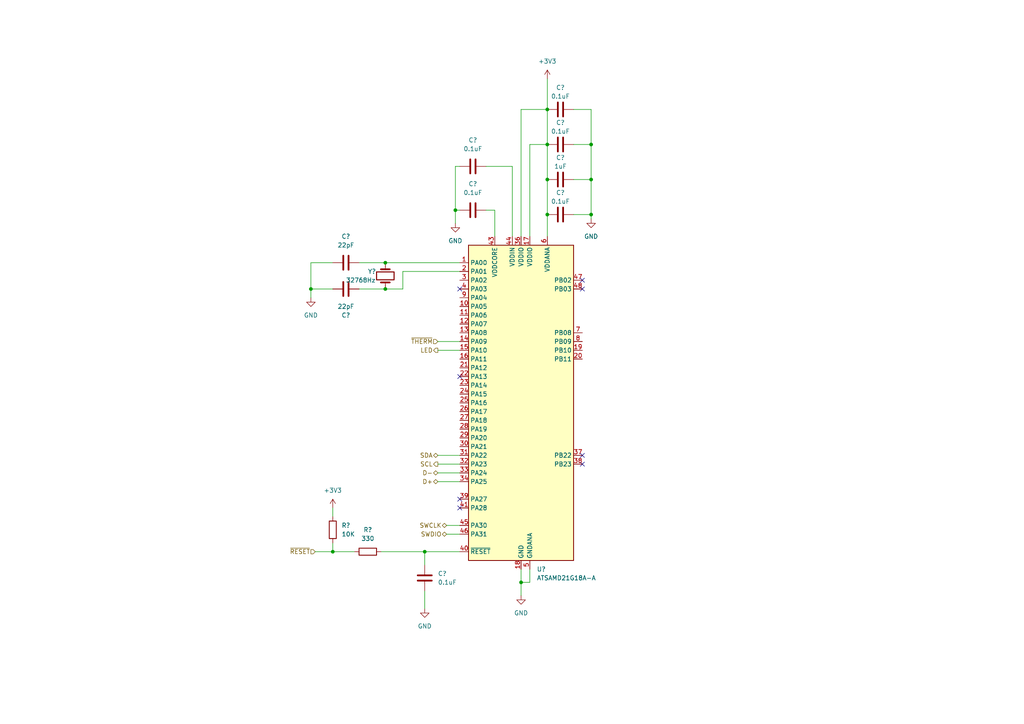
<source format=kicad_sch>
(kicad_sch (version 20211123) (generator eeschema)
  (paper "A4")
  (lib_symbols
    (symbol "Device:C" (pin_numbers hide) (pin_names (offset 0.254))
      (property "Reference" "C" (at 0.635 2.54 0))
      (property "Value" "C" (at 0.635 -2.54 0))
      (symbol "C_0_1"
        (polyline (pts (xy -2.032 -0.762) (xy 2.032 -0.762)) (stroke (width 0.508)))
        (polyline (pts (xy -2.032 0.762) (xy 2.032 0.762)) (stroke (width 0.508)))
      )
      (symbol "C_1_1"
        (pin passive line (at 0 3.81 270) (length 2.794) (name "~") (number "1"))
        (pin passive line (at 0 -3.81 90) (length 2.794) (name "~") (number "2"))
      )
    )
    (symbol "Device:Crystal" (pin_numbers hide) (pin_names (offset 1.016) hide)
      (property "Reference" "Y" (at 0 3.81 0))
      (property "Value" "Crystal" (at 0 -3.81 0))
      (symbol "Crystal_0_1"
        (rectangle (start -1.143 2.54) (end 1.143 -2.54) (stroke (width 0.3048)))
        (polyline (pts (xy -2.54 0) (xy -1.905 0)))
        (polyline (pts (xy -1.905 -1.27) (xy -1.905 1.27)) (stroke (width 0.508)))
        (polyline (pts (xy 1.905 -1.27) (xy 1.905 1.27)) (stroke (width 0.508)))
        (polyline (pts (xy 2.54 0) (xy 1.905 0)))
      )
      (symbol "Crystal_1_1"
        (pin passive line (at -3.81 0 0) (length 1.27) (name "1") (number "1"))
        (pin passive line (at 3.81 0 180) (length 1.27) (name "2") (number "2"))
      )
    )
    (symbol "Device:R" (pin_numbers hide) (pin_names (offset 0))
      (property "Reference" "R" (at 2.032 0 90))
      (property "Value" "R" (at 0 0 90))
      (symbol "R_0_1"
        (rectangle (start -1.016 -2.54) (end 1.016 2.54) (stroke (width 0.254)))
      )
      (symbol "R_1_1"
        (pin passive line (at 0 3.81 270) (length 1.27) (name "~") (number "1"))
        (pin passive line (at 0 -3.81 90) (length 1.27) (name "~") (number "2"))
      )
    )
    (symbol "MCU_Microchip_SAMD:ATSAMD21G18A-A"
      (property "Reference" "U1" (at 4.5594 -48.26 0))
      (property "Value" "ATSAMD21G18A-A" (at 4.5594 -50.8 0))
      (symbol "ATSAMD21G18A-A_0_1"
        (rectangle (start -15.24 45.72) (end 15.24 -45.72) (stroke (width 0.254)) (fill (type background)))
      )
      (symbol "ATSAMD21G18A-A_1_1"
        (pin bidirectional line (at -17.78 40.64 0) (length 2.54) (name "PA00") (number "1"))
        (pin bidirectional line (at -17.78 27.94 0) (length 2.54) (name "PA05") (number "10"))
        (pin bidirectional line (at -17.78 25.4 0) (length 2.54) (name "PA06") (number "11"))
        (pin bidirectional line (at -17.78 22.86 0) (length 2.54) (name "PA07") (number "12"))
        (pin bidirectional line (at -17.78 20.32 0) (length 2.54) (name "PA08") (number "13"))
        (pin bidirectional line (at -17.78 17.78 0) (length 2.54) (name "PA09") (number "14"))
        (pin bidirectional line (at -17.78 15.24 0) (length 2.54) (name "PA10") (number "15"))
        (pin bidirectional line (at -17.78 12.7 0) (length 2.54) (name "PA11") (number "16"))
        (pin unspecified line (at 2.54 48.26 270) (length 2.54) (name "VDDIO") (number "17"))
        (pin unspecified line (at 0 -48.26 90) (length 2.54) (name "GND") (number "18"))
        (pin bidirectional line (at 17.78 15.24 180) (length 2.54) (name "PB10") (number "19"))
        (pin bidirectional line (at -17.78 38.1 0) (length 2.54) (name "PA01") (number "2"))
        (pin bidirectional line (at 17.78 12.7 180) (length 2.54) (name "PB11") (number "20"))
        (pin bidirectional line (at -17.78 10.16 0) (length 2.54) (name "PA12") (number "21"))
        (pin bidirectional line (at -17.78 7.62 0) (length 2.54) (name "PA13") (number "22"))
        (pin bidirectional line (at -17.78 5.08 0) (length 2.54) (name "PA14") (number "23"))
        (pin bidirectional line (at -17.78 2.54 0) (length 2.54) (name "PA15") (number "24"))
        (pin bidirectional line (at -17.78 0 0) (length 2.54) (name "PA16") (number "25"))
        (pin bidirectional line (at -17.78 -2.54 0) (length 2.54) (name "PA17") (number "26"))
        (pin bidirectional line (at -17.78 -5.08 0) (length 2.54) (name "PA18") (number "27"))
        (pin bidirectional line (at -17.78 -7.62 0) (length 2.54) (name "PA19") (number "28"))
        (pin bidirectional line (at -17.78 -10.16 0) (length 2.54) (name "PA20") (number "29"))
        (pin bidirectional line (at -17.78 35.56 0) (length 2.54) (name "PA02") (number "3"))
        (pin bidirectional line (at -17.78 -12.7 0) (length 2.54) (name "PA21") (number "30"))
        (pin bidirectional line (at -17.78 -15.24 0) (length 2.54) (name "PA22") (number "31"))
        (pin bidirectional line (at -17.78 -17.78 0) (length 2.54) (name "PA23") (number "32"))
        (pin bidirectional line (at -17.78 -20.32 0) (length 2.54) (name "PA24") (number "33"))
        (pin bidirectional line (at -17.78 -22.86 0) (length 2.54) (name "PA25") (number "34"))
        (pin passive line (at 0 -48.26 90) (length 2.54) hide (name "GND") (number "35"))
        (pin unspecified line (at 0 48.26 270) (length 2.54) (name "VDDIO") (number "36"))
        (pin bidirectional line (at 17.78 -15.24 180) (length 2.54) (name "PB22") (number "37"))
        (pin bidirectional line (at 17.78 -17.78 180) (length 2.54) (name "PB23") (number "38"))
        (pin bidirectional line (at -17.78 -27.94 0) (length 2.54) (name "PA27") (number "39"))
        (pin bidirectional line (at -17.78 33.02 0) (length 2.54) (name "PA03") (number "4"))
        (pin input line (at -17.78 -43.18 0) (length 2.54) (name "~{RESET}") (number "40"))
        (pin bidirectional line (at -17.78 -30.48 0) (length 2.54) (name "PA28") (number "41"))
        (pin passive line (at 0 -48.26 90) (length 2.54) hide (name "GND") (number "42"))
        (pin power_out line (at -7.62 48.26 270) (length 2.54) (name "VDDCORE") (number "43"))
        (pin unspecified line (at -2.54 48.26 270) (length 2.54) (name "VDDIN") (number "44"))
        (pin bidirectional line (at -17.78 -35.56 0) (length 2.54) (name "PA30") (number "45"))
        (pin bidirectional line (at -17.78 -38.1 0) (length 2.54) (name "PA31") (number "46"))
        (pin bidirectional line (at 17.78 35.56 180) (length 2.54) (name "PB02") (number "47"))
        (pin bidirectional line (at 17.78 33.02 180) (length 2.54) (name "PB03") (number "48"))
        (pin unspecified line (at 2.54 -48.26 90) (length 2.54) (name "GNDANA") (number "5"))
        (pin unspecified line (at 7.62 48.26 270) (length 2.54) (name "VDDANA") (number "6"))
        (pin bidirectional line (at 17.78 20.32 180) (length 2.54) (name "PB08") (number "7"))
        (pin bidirectional line (at 17.78 17.78 180) (length 2.54) (name "PB09") (number "8"))
        (pin bidirectional line (at -17.78 30.48 0) (length 2.54) (name "PA04") (number "9"))
      )
    )
    (symbol "power:+3.3V" (power) (pin_names (offset 0))
      (property "Value" "+3.3V" (at 0 3.556 0))
      (symbol "+3.3V_0_1"
        (polyline (pts (xy -0.762 1.27) (xy 0 2.54)))
        (polyline (pts (xy 0 0) (xy 0 2.54)))
        (polyline (pts (xy 0 2.54) (xy 0.762 1.27)))
      )
      (symbol "+3.3V_1_1"
        (pin power_in line (at 0 0 90) (length 0) hide (name "+3V3") (number "1"))
      )
    )
    (symbol "power:GND" (power) (pin_names (offset 0))
      (property "Value" "GND" (at 0 -3.81 0))
      (symbol "GND_0_1"
        (polyline (pts (xy 0 0) (xy 0 -1.27) (xy 1.27 -1.27) (xy 0 -2.54) (xy -1.27 -1.27) (xy 0 -1.27)))
      )
      (symbol "GND_1_1"
        (pin power_in line (at 0 0 270) (length 0) hide (name "GND") (number "1"))
      )
    )
  )
  (junction (at 171.45 52.07))
  (junction (at 171.45 41.91))
  (junction (at 158.75 52.07))
  (junction (at 111.76 76.2))
  (junction (at 90.17 83.82))
  (junction (at 151.13 168.91))
  (junction (at 132.08 60.96))
  (junction (at 158.75 62.23))
  (junction (at 123.19 160.02))
  (junction (at 96.52 160.02))
  (junction (at 158.75 31.75))
  (junction (at 158.75 41.91))
  (junction (at 171.45 62.23))
  (junction (at 111.76 83.82))
  (no_connect (at 133.35 144.78))
  (no_connect (at 133.35 109.22))
  (no_connect (at 168.91 132.08))
  (no_connect (at 133.35 83.82))
  (no_connect (at 168.91 134.62))
  (no_connect (at 168.91 83.82))
  (no_connect (at 168.91 81.28))
  (no_connect (at 133.35 147.32))
  (wire (pts (xy 171.45 62.23) (xy 171.45 63.5)))
  (wire (pts (xy 158.75 41.91) (xy 153.67 41.91)))
  (wire (pts (xy 166.37 41.91) (xy 171.45 41.91)))
  (wire (pts (xy 96.52 147.32) (xy 96.52 149.86)))
  (wire (pts (xy 151.13 168.91) (xy 151.13 172.72)))
  (wire (pts (xy 153.67 41.91) (xy 153.67 68.58)))
  (wire (pts (xy 90.17 76.2) (xy 90.17 83.82)))
  (wire (pts (xy 127 137.16) (xy 133.35 137.16)))
  (wire (pts (xy 148.59 68.58) (xy 148.59 48.26)))
  (wire (pts (xy 133.35 60.96) (xy 132.08 60.96)))
  (wire (pts (xy 143.51 60.96) (xy 143.51 68.58)))
  (wire (pts (xy 166.37 52.07) (xy 171.45 52.07)))
  (wire (pts (xy 129.54 154.94) (xy 133.35 154.94)))
  (wire (pts (xy 111.76 76.2) (xy 133.35 76.2)))
  (wire (pts (xy 123.19 160.02) (xy 133.35 160.02)))
  (wire (pts (xy 90.17 83.82) (xy 90.17 86.36)))
  (wire (pts (xy 171.45 41.91) (xy 171.45 52.07)))
  (wire (pts (xy 127 132.08) (xy 133.35 132.08)))
  (wire (pts (xy 110.49 160.02) (xy 123.19 160.02)))
  (wire (pts (xy 132.08 48.26) (xy 132.08 60.96)))
  (wire (pts (xy 123.19 160.02) (xy 123.19 163.83)))
  (wire (pts (xy 127 101.6) (xy 133.35 101.6)))
  (wire (pts (xy 96.52 160.02) (xy 102.87 160.02)))
  (wire (pts (xy 129.54 152.4) (xy 133.35 152.4)))
  (wire (pts (xy 140.97 60.96) (xy 143.51 60.96)))
  (wire (pts (xy 116.84 78.74) (xy 116.84 83.82)))
  (wire (pts (xy 104.14 76.2) (xy 111.76 76.2)))
  (wire (pts (xy 127 134.62) (xy 133.35 134.62)))
  (wire (pts (xy 158.75 22.86) (xy 158.75 31.75)))
  (wire (pts (xy 96.52 157.48) (xy 96.52 160.02)))
  (wire (pts (xy 127 139.7) (xy 133.35 139.7)))
  (wire (pts (xy 153.67 168.91) (xy 151.13 168.91)))
  (wire (pts (xy 151.13 165.1) (xy 151.13 168.91)))
  (wire (pts (xy 166.37 62.23) (xy 171.45 62.23)))
  (wire (pts (xy 158.75 62.23) (xy 158.75 68.58)))
  (wire (pts (xy 132.08 60.96) (xy 132.08 64.77)))
  (wire (pts (xy 123.19 171.45) (xy 123.19 176.53)))
  (wire (pts (xy 111.76 83.82) (xy 104.14 83.82)))
  (wire (pts (xy 171.45 52.07) (xy 171.45 62.23)))
  (wire (pts (xy 133.35 48.26) (xy 132.08 48.26)))
  (wire (pts (xy 166.37 31.75) (xy 171.45 31.75)))
  (wire (pts (xy 91.44 160.02) (xy 96.52 160.02)))
  (wire (pts (xy 116.84 83.82) (xy 111.76 83.82)))
  (wire (pts (xy 127 99.06) (xy 133.35 99.06)))
  (wire (pts (xy 153.67 165.1) (xy 153.67 168.91)))
  (wire (pts (xy 158.75 41.91) (xy 158.75 52.07)))
  (wire (pts (xy 96.52 76.2) (xy 90.17 76.2)))
  (wire (pts (xy 148.59 48.26) (xy 140.97 48.26)))
  (wire (pts (xy 158.75 52.07) (xy 158.75 62.23)))
  (wire (pts (xy 151.13 68.58) (xy 151.13 31.75)))
  (wire (pts (xy 158.75 31.75) (xy 158.75 41.91)))
  (wire (pts (xy 133.35 78.74) (xy 116.84 78.74)))
  (wire (pts (xy 90.17 83.82) (xy 96.52 83.82)))
  (wire (pts (xy 171.45 31.75) (xy 171.45 41.91)))
  (wire (pts (xy 151.13 31.75) (xy 158.75 31.75)))
  (hierarchical_label "D-" (shape bidirectional) (at 127 137.16 180))
  (hierarchical_label "SWCLK" (shape bidirectional) (at 129.54 152.4 180))
  (hierarchical_label "~{THERM}" (shape input) (at 127 99.06 180))
  (hierarchical_label "SCL" (shape output) (at 127 134.62 180))
  (hierarchical_label "SDA" (shape bidirectional) (at 127 132.08 180))
  (hierarchical_label "SWDIO" (shape bidirectional) (at 129.54 154.94 180))
  (hierarchical_label "D+" (shape bidirectional) (at 127 139.7 180))
  (hierarchical_label "~{RESET}" (shape input) (at 91.44 160.02 180))
  (hierarchical_label "LED" (shape output) (at 127 101.6 180))
  (symbol (lib_id "Device:C") (at 162.56 52.07 90) (unit 1)
    (property "Reference" "C?" (at 162.56 45.72 90))
    (property "Value" "1uF" (at 162.56 48.26 90))
    (property "Footprint" "Capacitor_SMD:C_0603_1608Metric" (effects hide))
  )
  (symbol (lib_id "power:+3.3V") (at 96.52 147.32 0) (unit 1)
    (property "Reference" "#PWR?" (effects hide))
    (property "Value" "+3.3V" (at 96.52 142.24 0))
  )
  (symbol (lib_id "power:+3.3V") (at 158.75 22.86 0) (unit 1)
    (property "Reference" "#PWR?" (effects hide))
    (property "Value" "+3.3V" (at 158.75 17.78 0))
  )
  (symbol (lib_id "Device:C") (at 162.56 31.75 90) (unit 1)
    (property "Reference" "C?" (at 162.56 25.4 90))
    (property "Value" "0.1uF" (at 162.56 27.94 90))
    (property "Footprint" "Capacitor_SMD:C_0603_1608Metric" (effects hide))
  )
  (symbol (lib_id "Device:C") (at 137.16 60.96 90) (unit 1)
    (property "Reference" "C?" (at 137.16 53.34 90))
    (property "Value" "0.1uF" (at 137.16 55.88 90))
    (property "Footprint" "Capacitor_SMD:C_0603_1608Metric" (effects hide))
  )
  (symbol (lib_id "Device:C") (at 123.19 167.64 0) (unit 1)
    (property "Reference" "C?" (at 127 166.3699 0) (effects (justify left)))
    (property "Value" "0.1uF" (at 127 168.9099 0) (effects (justify left)))
    (property "Footprint" "Capacitor_SMD:C_0603_1608Metric" (effects hide))
  )
  (symbol (lib_id "Device:C") (at 162.56 41.91 90) (unit 1)
    (property "Reference" "C?" (at 162.56 35.56 90))
    (property "Value" "0.1uF" (at 162.56 38.1 90))
    (property "Footprint" "Capacitor_SMD:C_0603_1608Metric" (effects hide))
  )
  (symbol (lib_id "power:GND") (at 171.45 63.5 0) (unit 1)
    (property "Reference" "#PWR?" (effects hide))
    (property "Value" "GND" (at 171.45 68.58 0))
  )
  (symbol (lib_id "Device:C") (at 137.16 48.26 90) (unit 1)
    (property "Reference" "C?" (at 137.16 40.64 90))
    (property "Value" "0.1uF" (at 137.16 43.18 90))
    (property "Footprint" "Capacitor_SMD:C_0603_1608Metric" (effects hide))
  )
  (symbol (lib_id "power:GND") (at 151.13 172.72 0) (unit 1)
    (property "Reference" "#PWR?" (effects hide))
    (property "Value" "GND" (at 151.13 177.8 0))
  )
  (symbol (lib_id "Device:C") (at 100.33 83.82 90) (unit 1)
    (property "Reference" "C?" (at 100.33 91.44 90))
    (property "Value" "22pF" (at 100.33 88.9 90))
    (property "Footprint" "Capacitor_SMD:C_0603_1608Metric" (effects hide))
  )
  (symbol (lib_id "MCU_Microchip_SAMD:ATSAMD21G18A-A") (at 151.13 116.84 0) (unit 1)
    (property "Reference" "U?" (at 155.6894 165.1 0) (effects (justify left)))
    (property "Value" "ATSAMD21G18A-A" (at 155.6894 167.64 0) (effects (justify left)))
    (property "Footprint" "Package_QFP:TQFP-48_7x7mm_P0.5mm" (effects hide))
    (property "Datasheet" "http://ww1.microchip.com/downloads/en/DeviceDoc/SAM_D21_DA1_Family_Data%20Sheet_DS40001882E.pdf" (effects hide))
  )
  (symbol (lib_id "power:GND") (at 90.17 86.36 0) (unit 1)
    (property "Reference" "#PWR?" (effects hide))
    (property "Value" "GND" (at 90.17 91.44 0))
  )
  (symbol (lib_id "Device:C") (at 100.33 76.2 90) (unit 1)
    (property "Reference" "C?" (at 100.33 68.58 90))
    (property "Value" "22pF" (at 100.33 71.12 90))
    (property "Footprint" "Capacitor_SMD:C_0603_1608Metric" (effects hide))
  )
  (symbol (lib_id "Device:R") (at 96.52 153.67 0) (unit 1)
    (property "Reference" "R?" (at 99.06 152.3999 0) (effects (justify left)))
    (property "Value" "10K" (at 99.06 154.9399 0) (effects (justify left)))
    (property "Footprint" "Resistor_SMD:R_0603_1608Metric" (effects hide))
  )
  (symbol (lib_id "power:GND") (at 132.08 64.77 0) (unit 1)
    (property "Reference" "#PWR?" (effects hide))
    (property "Value" "GND" (at 132.08 69.85 0))
  )
  (symbol (lib_id "Device:R") (at 106.68 160.02 90) (unit 1)
    (property "Reference" "R?" (at 106.68 153.67 90))
    (property "Value" "330" (at 106.68 156.21 90))
    (property "Footprint" "Resistor_SMD:R_0603_1608Metric" (effects hide))
  )
  (symbol (lib_id "power:GND") (at 123.19 176.53 0) (unit 1)
    (property "Reference" "#PWR?" (effects hide))
    (property "Value" "GND" (at 123.19 181.61 0))
  )
  (symbol (lib_id "Device:C") (at 162.56 62.23 90) (unit 1)
    (property "Reference" "C?" (at 162.56 55.88 90))
    (property "Value" "0.1uF" (at 162.56 58.42 90))
    (property "Footprint" "Capacitor_SMD:C_0603_1608Metric" (effects hide))
  )
  (symbol (lib_id "Device:Crystal") (at 111.76 80.01 90) (mirror x) (unit 1)
    (property "Reference" "Y?" (at 106.68 78.74 90) (effects (justify right)))
    (property "Value" "32768Hz" (at 100.33 81.28 90) (effects (justify right)))
    (property "Footprint" "Crystal:XTAL_ABS07-32.768KHZ-T" (effects hide))
  )
)
</source>
